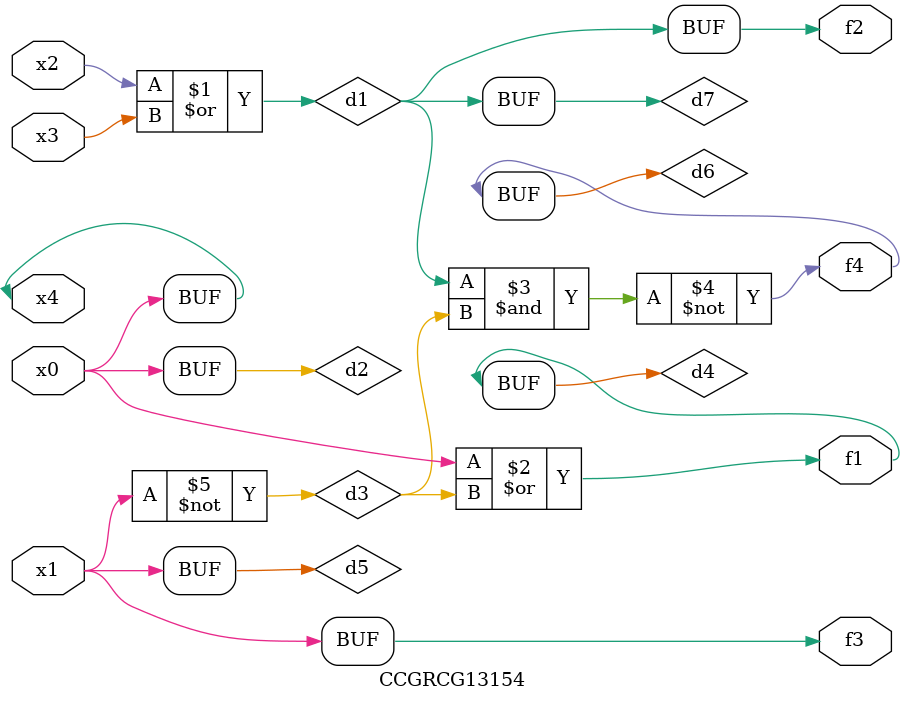
<source format=v>
module CCGRCG13154(
	input x0, x1, x2, x3, x4,
	output f1, f2, f3, f4
);

	wire d1, d2, d3, d4, d5, d6, d7;

	or (d1, x2, x3);
	buf (d2, x0, x4);
	not (d3, x1);
	or (d4, d2, d3);
	not (d5, d3);
	nand (d6, d1, d3);
	or (d7, d1);
	assign f1 = d4;
	assign f2 = d7;
	assign f3 = d5;
	assign f4 = d6;
endmodule

</source>
